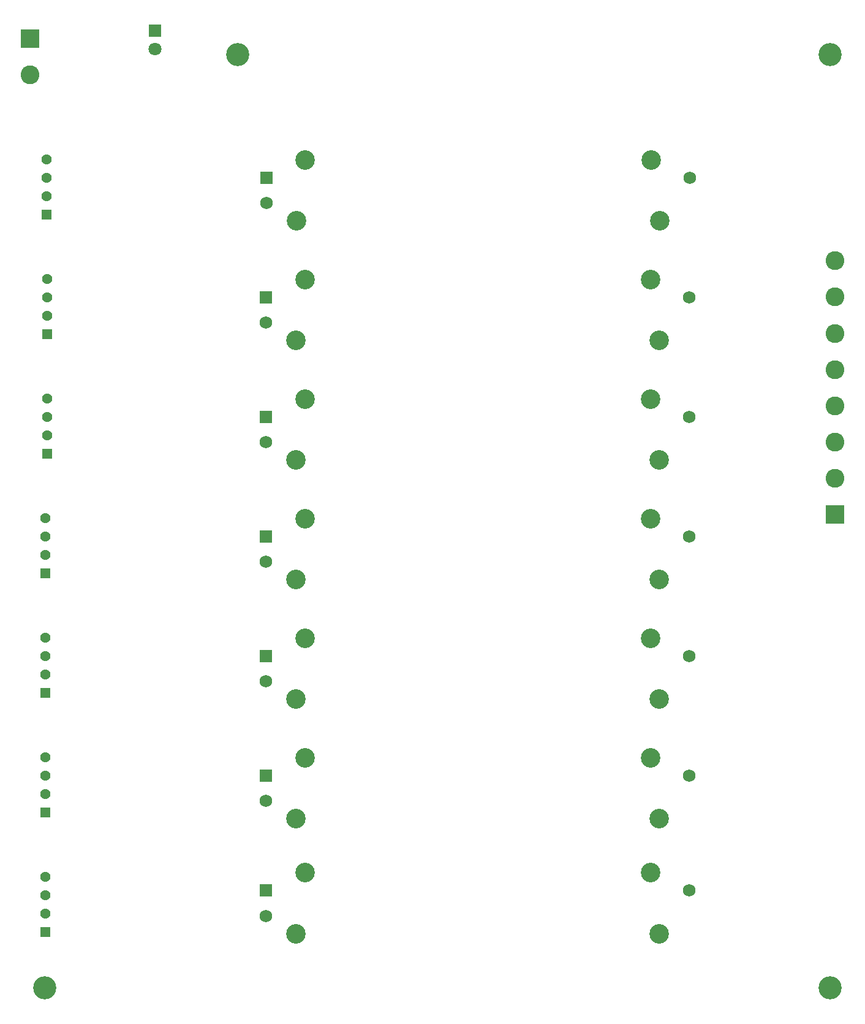
<source format=gbr>
%TF.GenerationSoftware,KiCad,Pcbnew,5.1.7-a382d34a8~87~ubuntu20.04.1*%
%TF.CreationDate,2020-11-02T17:40:13+01:00*%
%TF.ProjectId,7CellBatterySimulator_7CBS,3743656c-6c42-4617-9474-65727953696d,V1.0*%
%TF.SameCoordinates,Original*%
%TF.FileFunction,Soldermask,Top*%
%TF.FilePolarity,Negative*%
%FSLAX46Y46*%
G04 Gerber Fmt 4.6, Leading zero omitted, Abs format (unit mm)*
G04 Created by KiCad (PCBNEW 5.1.7-a382d34a8~87~ubuntu20.04.1) date 2020-11-02 17:40:13*
%MOMM*%
%LPD*%
G01*
G04 APERTURE LIST*
%ADD10C,2.600000*%
%ADD11R,2.600000X2.600000*%
%ADD12C,1.430000*%
%ADD13R,1.430000X1.430000*%
%ADD14C,2.700000*%
%ADD15C,1.750000*%
%ADD16R,1.750000X1.750000*%
%ADD17C,3.200000*%
%ADD18C,1.800000*%
%ADD19R,1.800000X1.800000*%
G04 APERTURE END LIST*
D10*
%TO.C,J101*%
X50038000Y-32051000D03*
D11*
X50038000Y-27051000D03*
%TD*%
D12*
%TO.C,PS601*%
X52197000Y-93218000D03*
X52197000Y-95758000D03*
X52197000Y-98298000D03*
D13*
X52197000Y-100838000D03*
%TD*%
D10*
%TO.C,J102*%
X161290000Y-57710000D03*
X161290000Y-62710000D03*
X161290000Y-67710000D03*
X161290000Y-72710000D03*
X161290000Y-77710000D03*
X161290000Y-82710000D03*
X161290000Y-87710000D03*
D11*
X161290000Y-92710000D03*
%TD*%
D14*
%TO.C,RV801*%
X137068000Y-52178000D03*
X86868000Y-52178000D03*
X135868000Y-43778000D03*
X88068000Y-43778000D03*
D15*
X141218000Y-46228000D03*
X82718000Y-49728000D03*
D16*
X82718000Y-46228000D03*
%TD*%
D12*
%TO.C,PS801*%
X52324000Y-43688000D03*
X52324000Y-46228000D03*
X52324000Y-48768000D03*
D13*
X52324000Y-51308000D03*
%TD*%
D17*
%TO.C,H104*%
X160655000Y-158115000D03*
%TD*%
%TO.C,H103*%
X160655000Y-29210000D03*
%TD*%
%TO.C,H102*%
X52070000Y-158115000D03*
%TD*%
%TO.C,H101*%
X78740000Y-29210000D03*
%TD*%
D14*
%TO.C,RV701*%
X137027000Y-85198000D03*
X86827000Y-85198000D03*
X135827000Y-76798000D03*
X88027000Y-76798000D03*
D15*
X141177000Y-79248000D03*
X82677000Y-82748000D03*
D16*
X82677000Y-79248000D03*
%TD*%
D14*
%TO.C,RV601*%
X137027000Y-101708000D03*
X86827000Y-101708000D03*
X135827000Y-93308000D03*
X88027000Y-93308000D03*
D15*
X141177000Y-95758000D03*
X82677000Y-99258000D03*
D16*
X82677000Y-95758000D03*
%TD*%
D14*
%TO.C,RV501*%
X137027000Y-118218000D03*
X86827000Y-118218000D03*
X135827000Y-109818000D03*
X88027000Y-109818000D03*
D15*
X141177000Y-112268000D03*
X82677000Y-115768000D03*
D16*
X82677000Y-112268000D03*
%TD*%
D14*
%TO.C,RV401*%
X137027000Y-134728000D03*
X86827000Y-134728000D03*
X135827000Y-126328000D03*
X88027000Y-126328000D03*
D15*
X141177000Y-128778000D03*
X82677000Y-132278000D03*
D16*
X82677000Y-128778000D03*
%TD*%
D14*
%TO.C,RV301*%
X137027000Y-150603000D03*
X86827000Y-150603000D03*
X135827000Y-142203000D03*
X88027000Y-142203000D03*
D15*
X141177000Y-144653000D03*
X82677000Y-148153000D03*
D16*
X82677000Y-144653000D03*
%TD*%
D12*
%TO.C,PS701*%
X52451000Y-76708000D03*
X52451000Y-79248000D03*
X52451000Y-81788000D03*
D13*
X52451000Y-84328000D03*
%TD*%
D12*
%TO.C,PS501*%
X52197000Y-109728000D03*
X52197000Y-112268000D03*
X52197000Y-114808000D03*
D13*
X52197000Y-117348000D03*
%TD*%
D12*
%TO.C,PS401*%
X52197000Y-126238000D03*
X52197000Y-128778000D03*
X52197000Y-131318000D03*
D13*
X52197000Y-133858000D03*
%TD*%
D12*
%TO.C,PS301*%
X52197000Y-142748000D03*
X52197000Y-145288000D03*
X52197000Y-147828000D03*
D13*
X52197000Y-150368000D03*
%TD*%
D18*
%TO.C,D102*%
X67310000Y-28448000D03*
D19*
X67310000Y-25908000D03*
%TD*%
D14*
%TO.C,RV201*%
X137027000Y-68688000D03*
X86827000Y-68688000D03*
X135827000Y-60288000D03*
X88027000Y-60288000D03*
D15*
X141177000Y-62738000D03*
X82677000Y-66238000D03*
D16*
X82677000Y-62738000D03*
%TD*%
D12*
%TO.C,PS201*%
X52451000Y-60198000D03*
X52451000Y-62738000D03*
X52451000Y-65278000D03*
D13*
X52451000Y-67818000D03*
%TD*%
M02*

</source>
